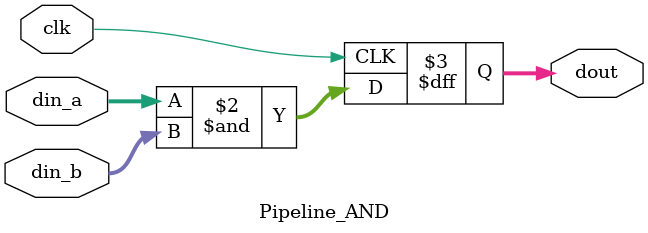
<source format=sv>
module Pipeline_AND(
    input clk,
    input [15:0] din_a, din_b,
    output reg [15:0] dout
);
    always @(posedge clk) begin
        dout <= din_a & din_b; // 单级流水线
    end
endmodule

</source>
